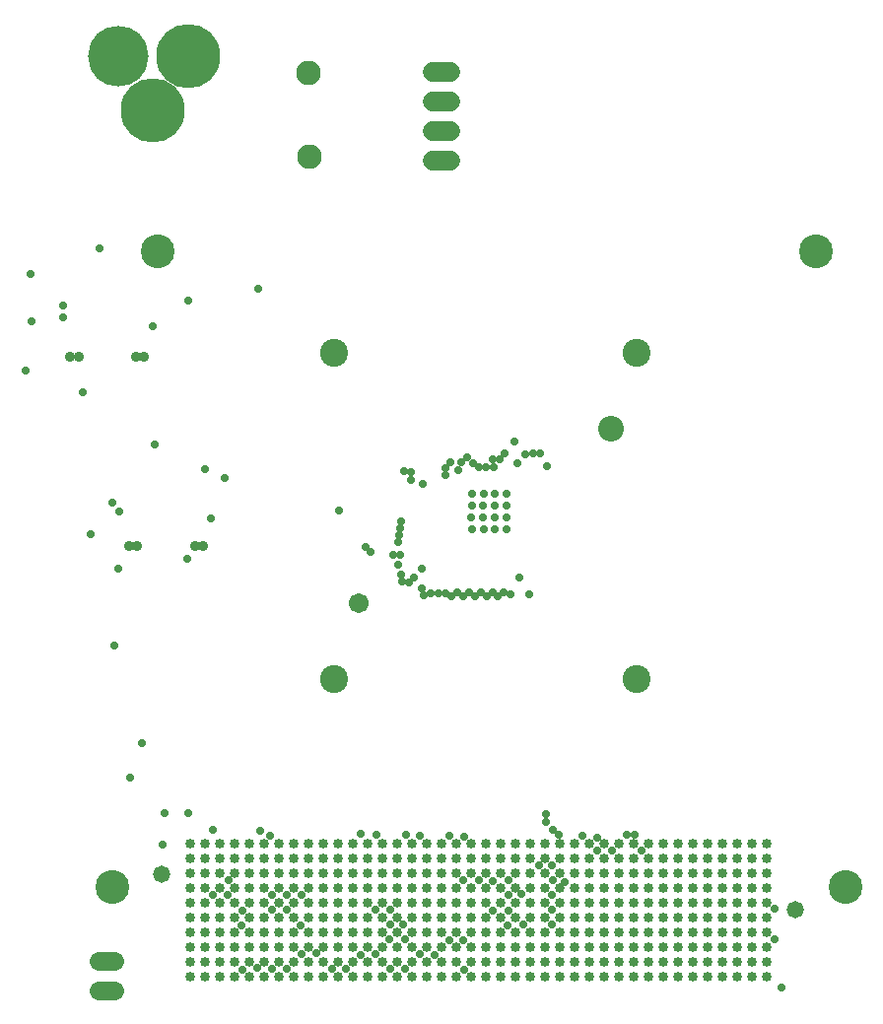
<source format=gbr>
G04 EAGLE Gerber RS-274X export*
G75*
%MOMM*%
%FSLAX34Y34*%
%LPD*%
%INSoldermask Bottom*%
%IPPOS*%
%AMOC8*
5,1,8,0,0,1.08239X$1,22.5*%
G01*
%ADD10C,2.903200*%
%ADD11C,0.843200*%
%ADD12C,1.473200*%
%ADD13C,1.727200*%
%ADD14C,1.703200*%
%ADD15C,2.403200*%
%ADD16C,2.203200*%
%ADD17C,1.574800*%
%ADD18C,5.503200*%
%ADD19C,5.203200*%
%ADD20C,2.108200*%
%ADD21C,0.706400*%
%ADD22C,0.878200*%


D10*
X84500Y116500D03*
X714500Y116500D03*
X124000Y662500D03*
X689500Y662500D03*
D11*
X647150Y39350D03*
X634450Y39350D03*
X621750Y39350D03*
X609050Y39350D03*
X596350Y39350D03*
X583650Y39350D03*
X570950Y39350D03*
X558250Y39350D03*
X545550Y39350D03*
X532850Y39350D03*
X520150Y39350D03*
X507450Y39350D03*
X494750Y39350D03*
X482050Y39350D03*
X469350Y39350D03*
X456650Y39350D03*
X443950Y39350D03*
X431250Y39350D03*
X418550Y39350D03*
X405850Y39350D03*
X393150Y39350D03*
X380450Y39350D03*
X367750Y39350D03*
X355050Y39350D03*
X342350Y39350D03*
X329650Y39350D03*
X316950Y39350D03*
X304250Y39350D03*
X291550Y39350D03*
X278850Y39350D03*
X266150Y39350D03*
X253450Y39350D03*
X240750Y39350D03*
X228050Y39350D03*
X215350Y39350D03*
X202650Y39350D03*
X189950Y39350D03*
X177250Y39350D03*
X164550Y39350D03*
X151850Y39350D03*
X647150Y52050D03*
X634450Y52050D03*
X621750Y52050D03*
X609050Y52050D03*
X596350Y52050D03*
X583650Y52050D03*
X570950Y52050D03*
X558250Y52050D03*
X545550Y52050D03*
X532850Y52050D03*
X520150Y52050D03*
X507450Y52050D03*
X494750Y52050D03*
X482050Y52050D03*
X469350Y52050D03*
X456650Y52050D03*
X443950Y52050D03*
X431250Y52050D03*
X418550Y52050D03*
X405850Y52050D03*
X393150Y52050D03*
X380450Y52050D03*
X367750Y52050D03*
X355050Y52050D03*
X342350Y52050D03*
X329650Y52050D03*
X316950Y52050D03*
X304250Y52050D03*
X291550Y52050D03*
X278850Y52050D03*
X266150Y52050D03*
X253450Y52050D03*
X240750Y52050D03*
X228050Y52050D03*
X215350Y52050D03*
X202650Y52050D03*
X189950Y52050D03*
X177250Y52050D03*
X164550Y52050D03*
X151850Y52050D03*
X647150Y64750D03*
X634450Y64750D03*
X621750Y64750D03*
X609050Y64750D03*
X596350Y64750D03*
X583650Y64750D03*
X570950Y64750D03*
X558250Y64750D03*
X545550Y64750D03*
X532850Y64750D03*
X520150Y64750D03*
X507450Y64750D03*
X494750Y64750D03*
X482050Y64750D03*
X469350Y64750D03*
X456650Y64750D03*
X443950Y64750D03*
X431250Y64750D03*
X418550Y64750D03*
X405850Y64750D03*
X393150Y64750D03*
X380450Y64750D03*
X367750Y64750D03*
X355050Y64750D03*
X342350Y64750D03*
X329650Y64750D03*
X316950Y64750D03*
X304250Y64750D03*
X291550Y64750D03*
X278850Y64750D03*
X266150Y64750D03*
X253450Y64750D03*
X240750Y64750D03*
X228050Y64750D03*
X215350Y64750D03*
X202650Y64750D03*
X189950Y64750D03*
X177250Y64750D03*
X164550Y64750D03*
X151850Y64750D03*
X647150Y77450D03*
X634450Y77450D03*
X621750Y77450D03*
X609050Y77450D03*
X596350Y77450D03*
X583650Y77450D03*
X570950Y77450D03*
X558250Y77450D03*
X545550Y77450D03*
X532850Y77450D03*
X520150Y77450D03*
X507450Y77450D03*
X494750Y77450D03*
X482050Y77450D03*
X469350Y77450D03*
X456650Y77450D03*
X443950Y77450D03*
X431250Y77450D03*
X418550Y77450D03*
X405850Y77450D03*
X393150Y77450D03*
X380450Y77450D03*
X367750Y77450D03*
X355050Y77450D03*
X342350Y77450D03*
X329650Y77450D03*
X316950Y77450D03*
X304250Y77450D03*
X291550Y77450D03*
X278850Y77450D03*
X266150Y77450D03*
X253450Y77450D03*
X240750Y77450D03*
X228050Y77450D03*
X215350Y77450D03*
X202650Y77450D03*
X189950Y77450D03*
X177250Y77450D03*
X164550Y77450D03*
X151850Y77450D03*
X647150Y90150D03*
X634450Y90150D03*
X621750Y90150D03*
X609050Y90150D03*
X596350Y90150D03*
X583650Y90150D03*
X570950Y90150D03*
X558250Y90150D03*
X545550Y90150D03*
X532850Y90150D03*
X520150Y90150D03*
X507450Y90150D03*
X494750Y90150D03*
X482050Y90150D03*
X469350Y90150D03*
X456650Y90150D03*
X443950Y90150D03*
X431250Y90150D03*
X418550Y90150D03*
X405850Y90150D03*
X393150Y90150D03*
X380450Y90150D03*
X367750Y90150D03*
X355050Y90150D03*
X342350Y90150D03*
X329650Y90150D03*
X316950Y90150D03*
X304250Y90150D03*
X291550Y90150D03*
X278850Y90150D03*
X266150Y90150D03*
X253450Y90150D03*
X240750Y90150D03*
X228050Y90150D03*
X215350Y90150D03*
X202650Y90150D03*
X189950Y90150D03*
X177250Y90150D03*
X164550Y90150D03*
X151850Y90150D03*
X647150Y102850D03*
X634450Y102850D03*
X621750Y102850D03*
X609050Y102850D03*
X596350Y102850D03*
X583650Y102850D03*
X570950Y102850D03*
X558250Y102850D03*
X545550Y102850D03*
X532850Y102850D03*
X520150Y102850D03*
X507450Y102850D03*
X494750Y102850D03*
X482050Y102850D03*
X469350Y102850D03*
X456650Y102850D03*
X443950Y102850D03*
X431250Y102850D03*
X418550Y102850D03*
X405850Y102850D03*
X393150Y102850D03*
X380450Y102850D03*
X367750Y102850D03*
X355050Y102850D03*
X342350Y102850D03*
X329650Y102850D03*
X316950Y102850D03*
X304250Y102850D03*
X291550Y102850D03*
X278850Y102850D03*
X266150Y102850D03*
X253450Y102850D03*
X240750Y102850D03*
X228050Y102850D03*
X215350Y102850D03*
X202650Y102850D03*
X189950Y102850D03*
X177250Y102850D03*
X164550Y102850D03*
X151850Y102850D03*
X647150Y115550D03*
X634450Y115550D03*
X621750Y115550D03*
X609050Y115550D03*
X596350Y115550D03*
X583650Y115550D03*
X570950Y115550D03*
X558250Y115550D03*
X545550Y115550D03*
X532850Y115550D03*
X520150Y115550D03*
X507450Y115550D03*
X494750Y115550D03*
X482050Y115550D03*
X469350Y115550D03*
X456650Y115550D03*
X443950Y115550D03*
X431250Y115550D03*
X418550Y115550D03*
X405850Y115550D03*
X393150Y115550D03*
X380450Y115550D03*
X367750Y115550D03*
X355050Y115550D03*
X342350Y115550D03*
X329650Y115550D03*
X316950Y115550D03*
X304250Y115550D03*
X291550Y115550D03*
X278850Y115550D03*
X266150Y115550D03*
X253450Y115550D03*
X240750Y115550D03*
X228050Y115550D03*
X215350Y115550D03*
X202650Y115550D03*
X189950Y115550D03*
X177250Y115550D03*
X164550Y115550D03*
X151850Y115550D03*
X647150Y128250D03*
X634450Y128250D03*
X621750Y128250D03*
X609050Y128250D03*
X596350Y128250D03*
X583650Y128250D03*
X570950Y128250D03*
X558250Y128250D03*
X545550Y128250D03*
X532850Y128250D03*
X520150Y128250D03*
X507450Y128250D03*
X494750Y128250D03*
X482050Y128250D03*
X469350Y128250D03*
X456650Y128250D03*
X443950Y128250D03*
X431250Y128250D03*
X418550Y128250D03*
X405850Y128250D03*
X393150Y128250D03*
X380450Y128250D03*
X367750Y128250D03*
X355050Y128250D03*
X342350Y128250D03*
X329650Y128250D03*
X316950Y128250D03*
X304250Y128250D03*
X291550Y128250D03*
X278850Y128250D03*
X266150Y128250D03*
X253450Y128250D03*
X240750Y128250D03*
X228050Y128250D03*
X215350Y128250D03*
X202650Y128250D03*
X189950Y128250D03*
X177250Y128250D03*
X164550Y128250D03*
X151850Y128250D03*
X647150Y140950D03*
X634450Y140950D03*
X621750Y140950D03*
X609050Y140950D03*
X596350Y140950D03*
X583650Y140950D03*
X570950Y140950D03*
X558250Y140950D03*
X545550Y140950D03*
X532850Y140950D03*
X520150Y140950D03*
X507450Y140950D03*
X494750Y140950D03*
X482050Y140950D03*
X469350Y140950D03*
X456650Y140950D03*
X443950Y140950D03*
X431250Y140950D03*
X418550Y140950D03*
X405850Y140950D03*
X393150Y140950D03*
X380450Y140950D03*
X367750Y140950D03*
X355050Y140950D03*
X342350Y140950D03*
X329650Y140950D03*
X316950Y140950D03*
X304250Y140950D03*
X291550Y140950D03*
X278850Y140950D03*
X266150Y140950D03*
X253450Y140950D03*
X240750Y140950D03*
X228050Y140950D03*
X215350Y140950D03*
X202650Y140950D03*
X189950Y140950D03*
X177250Y140950D03*
X164550Y140950D03*
X151850Y140950D03*
X647150Y153650D03*
X634450Y153650D03*
X621750Y153650D03*
X609050Y153650D03*
X596350Y153650D03*
X583650Y153650D03*
X570950Y153650D03*
X558250Y153650D03*
X545550Y153650D03*
X532850Y153650D03*
X520150Y153650D03*
X507450Y153650D03*
X494750Y153650D03*
X482050Y153650D03*
X469350Y153650D03*
X456650Y153650D03*
X443950Y153650D03*
X431250Y153650D03*
X418550Y153650D03*
X405850Y153650D03*
X393150Y153650D03*
X380450Y153650D03*
X367750Y153650D03*
X355050Y153650D03*
X342350Y153650D03*
X329650Y153650D03*
X316950Y153650D03*
X304250Y153650D03*
X291550Y153650D03*
X278850Y153650D03*
X266150Y153650D03*
X253450Y153650D03*
X240750Y153650D03*
X228050Y153650D03*
X215350Y153650D03*
X202650Y153650D03*
X189950Y153650D03*
X177250Y153650D03*
X164550Y153650D03*
X151850Y153650D03*
D12*
X671390Y96500D03*
X127590Y127000D03*
D13*
X359780Y740500D02*
X375020Y740500D01*
X375020Y765900D02*
X359780Y765900D01*
X359780Y791300D02*
X375020Y791300D01*
X375020Y816700D02*
X359780Y816700D01*
D14*
X297000Y360000D03*
D15*
X275000Y295000D03*
X535000Y295000D03*
D16*
X513000Y510000D03*
D15*
X535000Y575000D03*
X275000Y575000D03*
D17*
X86858Y27300D02*
X73142Y27300D01*
X73142Y52700D02*
X86858Y52700D01*
D18*
X150000Y830000D03*
D19*
X90000Y830000D03*
D18*
X120000Y783000D03*
D20*
X253500Y815500D03*
X253900Y743200D03*
D21*
X121300Y495900D03*
X164900Y474900D03*
X181200Y467700D03*
X149100Y397800D03*
X73600Y664800D03*
X209950Y630050D03*
X149950Y619950D03*
X128300Y152800D03*
X171300Y165100D03*
X211900Y164100D03*
X458100Y477500D03*
X432500Y480300D03*
X351600Y462500D03*
X443200Y367300D03*
X393700Y453800D03*
X403800Y453900D03*
X413800Y453900D03*
X424000Y453700D03*
X393600Y443700D03*
X403600Y443700D03*
X413600Y443800D03*
X423600Y443700D03*
X393500Y433800D03*
X403600Y433700D03*
X413800Y433700D03*
X423600Y433600D03*
X393700Y423700D03*
X403700Y423700D03*
X413600Y423600D03*
X423600Y423600D03*
X15000Y642600D03*
X110000Y240000D03*
X100000Y210000D03*
X660000Y30000D03*
X434693Y381606D03*
X387100Y45300D03*
X406613Y365887D03*
X336400Y46000D03*
X401863Y369690D03*
X323700Y45800D03*
X352200Y366818D03*
X285500Y45600D03*
X350734Y372866D03*
X273500Y45900D03*
X330264Y412436D03*
X234600Y45600D03*
X331312Y418484D03*
X222150Y45850D03*
X416290Y365564D03*
X361900Y57900D03*
X411613Y369440D03*
X348800Y58400D03*
X364848Y368406D03*
X310900Y58700D03*
X358800Y368500D03*
X298200Y58100D03*
X332372Y401728D03*
X259900Y59200D03*
X326324Y401753D03*
X247400Y58600D03*
X332360Y424532D03*
X209000Y46600D03*
X333408Y430580D03*
X196550Y45250D03*
X473600Y120400D03*
X463000Y121900D03*
X435900Y110600D03*
X425200Y109200D03*
X399700Y121700D03*
X386400Y121800D03*
X350650Y389350D03*
X247600Y109400D03*
X344399Y382268D03*
X235050Y109250D03*
X341400Y472182D03*
X185000Y121800D03*
X386209Y365564D03*
X334600Y84300D03*
X381249Y369158D03*
X323600Y83800D03*
X462800Y134900D03*
X451200Y135100D03*
X425300Y122200D03*
X412150Y121650D03*
X462600Y96300D03*
X462900Y109300D03*
X425300Y95800D03*
X412100Y96200D03*
X462900Y84100D03*
X437650Y84150D03*
X424700Y83300D03*
X446052Y488268D03*
X533900Y161100D03*
X439800Y488100D03*
X526600Y161000D03*
X417999Y483399D03*
X501400Y158800D03*
X411951Y483375D03*
X488900Y160500D03*
X412327Y476927D03*
X468400Y160900D03*
X406200Y476700D03*
X463100Y165100D03*
X400152Y476675D03*
X457800Y171700D03*
X394806Y480500D03*
X457500Y179200D03*
X389300Y484900D03*
X387550Y159750D03*
X384912Y480735D03*
X374500Y159800D03*
X452100Y488268D03*
X539400Y147200D03*
X430200Y498900D03*
X513800Y147600D03*
X421684Y488268D03*
X501250Y147550D03*
X382297Y474497D03*
X349000Y160100D03*
X375706Y480900D03*
X337450Y161450D03*
X371412Y476000D03*
X311750Y160650D03*
X370783Y469952D03*
X298400Y161500D03*
X220000Y160000D03*
X332806Y384748D03*
X221800Y109200D03*
X330266Y393300D03*
X221900Y96500D03*
X341734Y466134D03*
X184000Y109500D03*
X335352Y473200D03*
X171000Y109500D03*
X376290Y365564D03*
X323600Y96300D03*
X370896Y368723D03*
X310700Y96600D03*
X340075Y378039D03*
X246900Y83400D03*
X334027Y378700D03*
X234400Y96700D03*
X307000Y404200D03*
X196700Y96200D03*
X302706Y408459D03*
X195900Y83400D03*
X427297Y367351D03*
X386500Y70800D03*
X421249Y369158D03*
X374800Y70800D03*
X396822Y366178D03*
X336100Y71400D03*
X391546Y369454D03*
X323100Y71100D03*
X654100Y71000D03*
X653650Y97650D03*
X169600Y433000D03*
X86800Y323600D03*
X42600Y605800D03*
X10000Y560000D03*
D22*
X48800Y571500D03*
X112300Y571600D03*
X105100Y571300D03*
X56200Y571400D03*
D21*
X280000Y440000D03*
D22*
X106500Y409000D03*
X155800Y408900D03*
X162900Y408900D03*
X98992Y408992D03*
D21*
X90600Y438500D03*
X66000Y419600D03*
X150000Y180000D03*
X130000Y180000D03*
X90000Y390000D03*
X84900Y446000D03*
X119700Y597700D03*
X42700Y615500D03*
X15100Y602500D03*
X59100Y541200D03*
M02*

</source>
